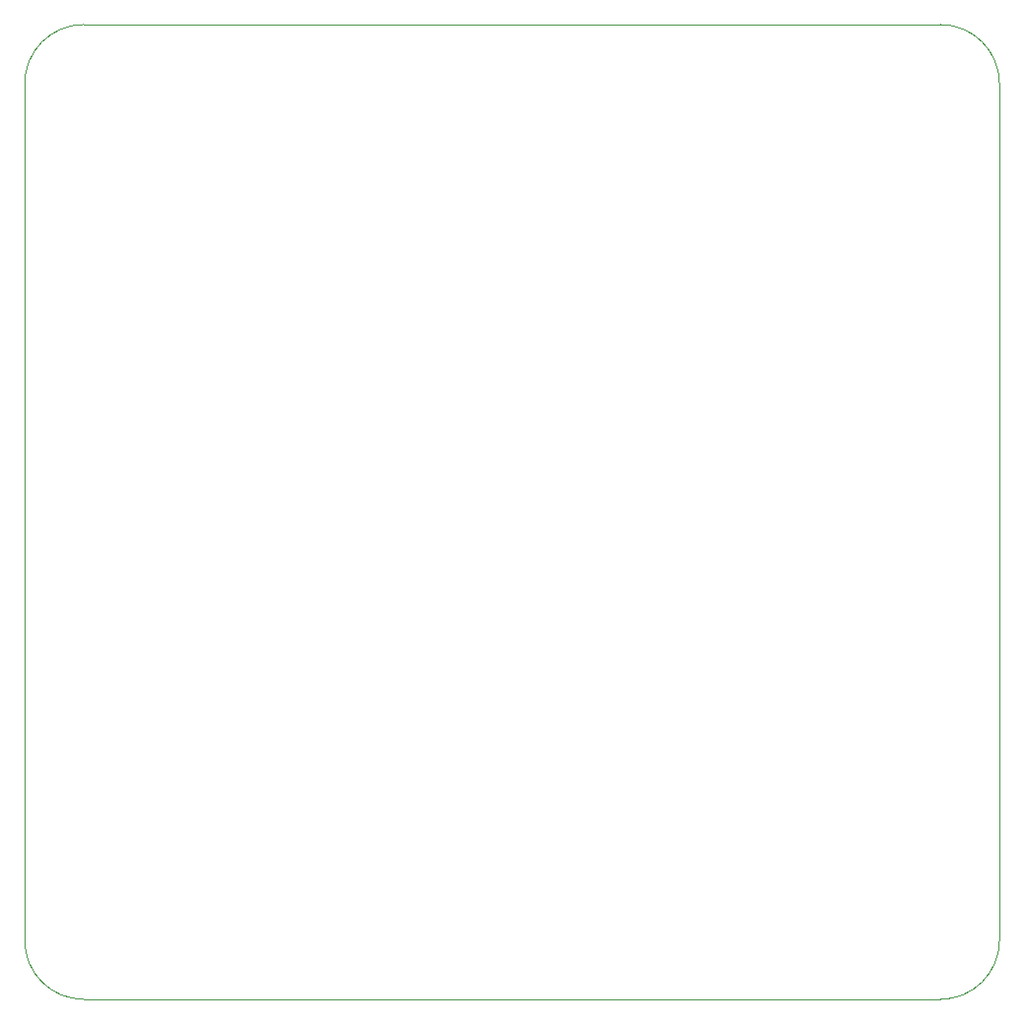
<source format=gbr>
%TF.GenerationSoftware,KiCad,Pcbnew,(5.1.9)-1*%
%TF.CreationDate,2021-11-28T22:55:22-05:00*%
%TF.ProjectId,FilamentFactoryBoard,46696c61-6d65-46e7-9446-6163746f7279,rev?*%
%TF.SameCoordinates,Original*%
%TF.FileFunction,Profile,NP*%
%FSLAX46Y46*%
G04 Gerber Fmt 4.6, Leading zero omitted, Abs format (unit mm)*
G04 Created by KiCad (PCBNEW (5.1.9)-1) date 2021-11-28 22:55:22*
%MOMM*%
%LPD*%
G01*
G04 APERTURE LIST*
%TA.AperFunction,Profile*%
%ADD10C,0.050000*%
%TD*%
G04 APERTURE END LIST*
D10*
X314960000Y-109220000D02*
X314960000Y-35560000D01*
X236220000Y-114300000D02*
X309880000Y-114300000D01*
X231140000Y-35560000D02*
X231140000Y-109220000D01*
X309880000Y-30480000D02*
X236220000Y-30480000D01*
X314960000Y-109220000D02*
G75*
G02*
X309880000Y-114300000I-5080000J0D01*
G01*
X236220000Y-114300000D02*
G75*
G02*
X231140000Y-109220000I0J5080000D01*
G01*
X231140000Y-35560000D02*
G75*
G02*
X236220000Y-30480000I5080000J0D01*
G01*
X309880000Y-30480000D02*
G75*
G02*
X314960000Y-35560000I0J-5080000D01*
G01*
M02*

</source>
